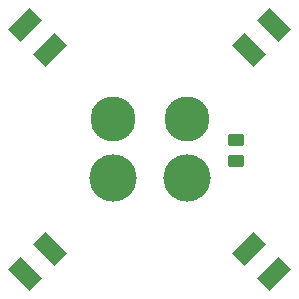
<source format=gbr>
%TF.GenerationSoftware,KiCad,Pcbnew,(7.0.0)*%
%TF.CreationDate,2024-02-03T20:29:28+01:00*%
%TF.ProjectId,Helios_emt,48656c69-6f73-45f6-956d-742e6b696361,rev?*%
%TF.SameCoordinates,PX9d5b340PY5f5e100*%
%TF.FileFunction,Soldermask,Top*%
%TF.FilePolarity,Negative*%
%FSLAX46Y46*%
G04 Gerber Fmt 4.6, Leading zero omitted, Abs format (unit mm)*
G04 Created by KiCad (PCBNEW (7.0.0)) date 2024-02-03 20:29:28*
%MOMM*%
%LPD*%
G01*
G04 APERTURE LIST*
G04 Aperture macros list*
%AMRoundRect*
0 Rectangle with rounded corners*
0 $1 Rounding radius*
0 $2 $3 $4 $5 $6 $7 $8 $9 X,Y pos of 4 corners*
0 Add a 4 corners polygon primitive as box body*
4,1,4,$2,$3,$4,$5,$6,$7,$8,$9,$2,$3,0*
0 Add four circle primitives for the rounded corners*
1,1,$1+$1,$2,$3*
1,1,$1+$1,$4,$5*
1,1,$1+$1,$6,$7*
1,1,$1+$1,$8,$9*
0 Add four rect primitives between the rounded corners*
20,1,$1+$1,$2,$3,$4,$5,0*
20,1,$1+$1,$4,$5,$6,$7,0*
20,1,$1+$1,$6,$7,$8,$9,0*
20,1,$1+$1,$8,$9,$2,$3,0*%
%AMRotRect*
0 Rectangle, with rotation*
0 The origin of the aperture is its center*
0 $1 length*
0 $2 width*
0 $3 Rotation angle, in degrees counterclockwise*
0 Add horizontal line*
21,1,$1,$2,0,0,$3*%
G04 Aperture macros list end*
%ADD10RotRect,1.500000X2.600000X135.000000*%
%ADD11RotRect,1.500000X2.600000X225.000000*%
%ADD12RotRect,1.500000X2.600000X315.000000*%
%ADD13RotRect,1.500000X2.600000X45.000000*%
%ADD14RoundRect,0.250000X0.450000X-0.262500X0.450000X0.262500X-0.450000X0.262500X-0.450000X-0.262500X0*%
%ADD15C,3.800000*%
%ADD16C,4.000000*%
G04 APERTURE END LIST*
D10*
%TO.C,D1*%
X10560659Y-10560659D03*
X8439339Y-8439339D03*
%TD*%
D11*
%TO.C,D0*%
X10560659Y10560659D03*
X8439339Y8439339D03*
%TD*%
D12*
%TO.C,D3*%
X-10560659Y10560659D03*
X-8439339Y8439339D03*
%TD*%
D13*
%TO.C,D2*%
X-10560659Y-10560659D03*
X-8439339Y-8439339D03*
%TD*%
D14*
%TO.C,R0*%
X7339000Y-988500D03*
X7339000Y836500D03*
%TD*%
D15*
%TO.C,J2*%
X3148000Y2551000D03*
D16*
X3148000Y-2449000D03*
%TD*%
D15*
%TO.C,J1*%
X-3075000Y2551000D03*
D16*
X-3075000Y-2449000D03*
%TD*%
M02*

</source>
